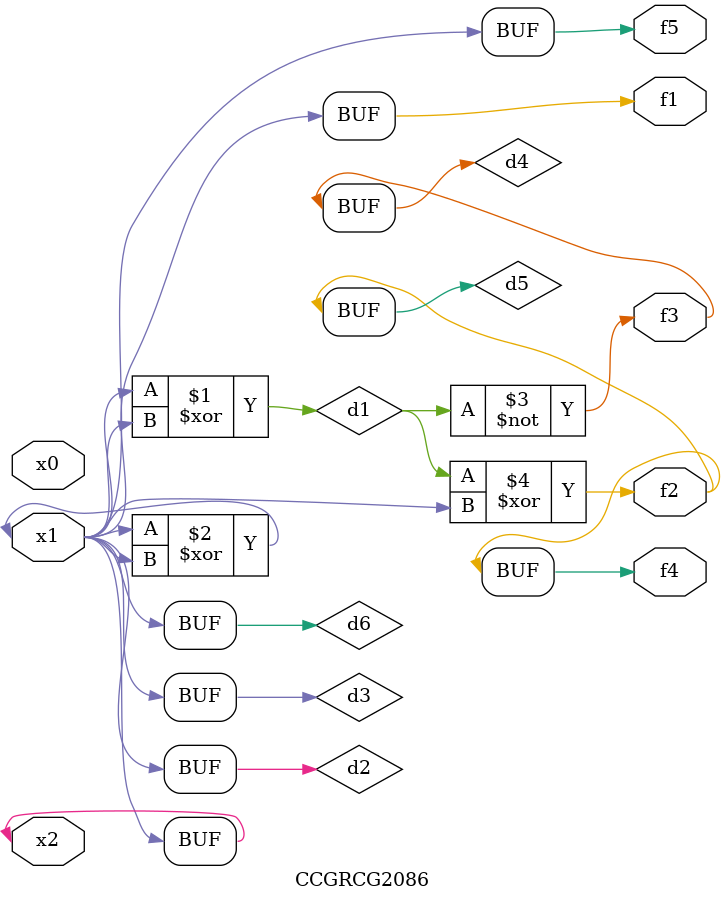
<source format=v>
module CCGRCG2086(
	input x0, x1, x2,
	output f1, f2, f3, f4, f5
);

	wire d1, d2, d3, d4, d5, d6;

	xor (d1, x1, x2);
	buf (d2, x1, x2);
	xor (d3, x1, x2);
	nor (d4, d1);
	xor (d5, d1, d2);
	buf (d6, d2, d3);
	assign f1 = d6;
	assign f2 = d5;
	assign f3 = d4;
	assign f4 = d5;
	assign f5 = d6;
endmodule

</source>
